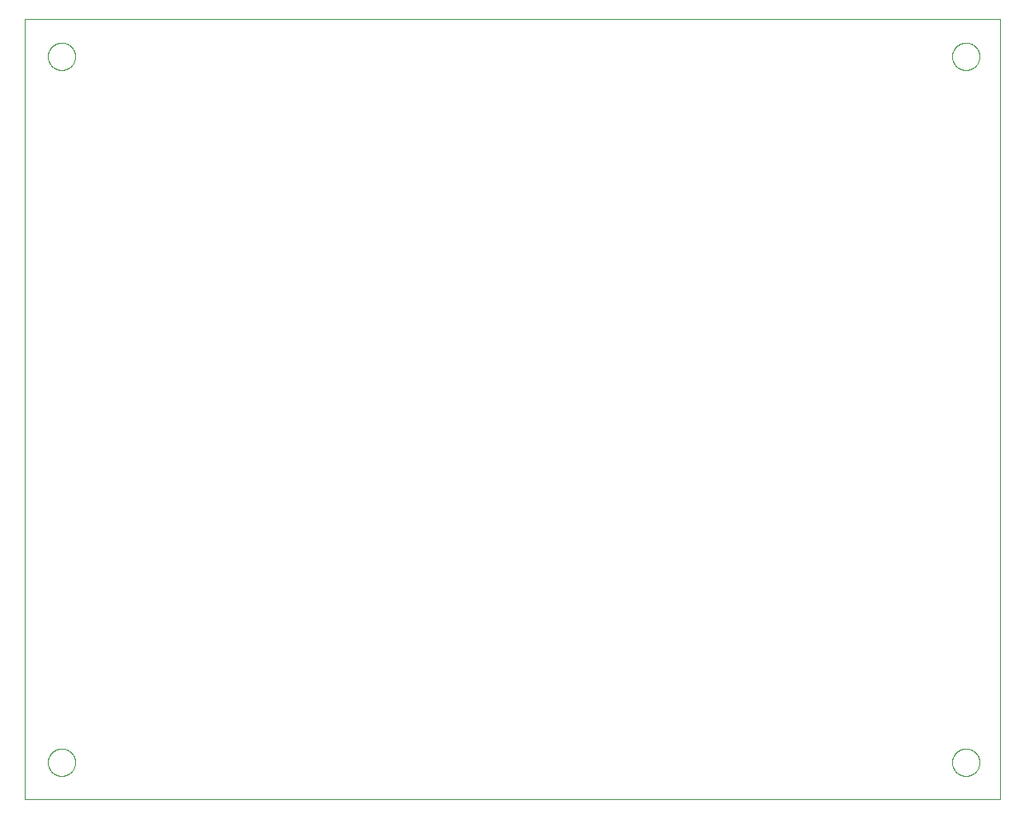
<source format=gbo>
G75*
%MOIN*%
%OFA0B0*%
%FSLAX25Y25*%
%IPPOS*%
%LPD*%
%AMOC8*
5,1,8,0,0,1.08239X$1,22.5*
%
%ADD10C,0.00000*%
D10*
X0008000Y0004500D02*
X0008000Y0319461D01*
X0401701Y0319461D01*
X0401701Y0004500D01*
X0008000Y0004500D01*
X0017488Y0019500D02*
X0017490Y0019648D01*
X0017496Y0019796D01*
X0017506Y0019944D01*
X0017520Y0020091D01*
X0017538Y0020238D01*
X0017559Y0020384D01*
X0017585Y0020530D01*
X0017615Y0020675D01*
X0017648Y0020819D01*
X0017686Y0020962D01*
X0017727Y0021104D01*
X0017772Y0021245D01*
X0017820Y0021385D01*
X0017873Y0021524D01*
X0017929Y0021661D01*
X0017989Y0021796D01*
X0018052Y0021930D01*
X0018119Y0022062D01*
X0018190Y0022192D01*
X0018264Y0022320D01*
X0018341Y0022446D01*
X0018422Y0022570D01*
X0018506Y0022692D01*
X0018593Y0022811D01*
X0018684Y0022928D01*
X0018778Y0023043D01*
X0018874Y0023155D01*
X0018974Y0023265D01*
X0019076Y0023371D01*
X0019182Y0023475D01*
X0019290Y0023576D01*
X0019401Y0023674D01*
X0019514Y0023770D01*
X0019630Y0023862D01*
X0019748Y0023951D01*
X0019869Y0024036D01*
X0019992Y0024119D01*
X0020117Y0024198D01*
X0020244Y0024274D01*
X0020373Y0024346D01*
X0020504Y0024415D01*
X0020637Y0024480D01*
X0020772Y0024541D01*
X0020908Y0024599D01*
X0021045Y0024654D01*
X0021184Y0024704D01*
X0021325Y0024751D01*
X0021466Y0024794D01*
X0021609Y0024834D01*
X0021753Y0024869D01*
X0021897Y0024901D01*
X0022043Y0024928D01*
X0022189Y0024952D01*
X0022336Y0024972D01*
X0022483Y0024988D01*
X0022630Y0025000D01*
X0022778Y0025008D01*
X0022926Y0025012D01*
X0023074Y0025012D01*
X0023222Y0025008D01*
X0023370Y0025000D01*
X0023517Y0024988D01*
X0023664Y0024972D01*
X0023811Y0024952D01*
X0023957Y0024928D01*
X0024103Y0024901D01*
X0024247Y0024869D01*
X0024391Y0024834D01*
X0024534Y0024794D01*
X0024675Y0024751D01*
X0024816Y0024704D01*
X0024955Y0024654D01*
X0025092Y0024599D01*
X0025228Y0024541D01*
X0025363Y0024480D01*
X0025496Y0024415D01*
X0025627Y0024346D01*
X0025756Y0024274D01*
X0025883Y0024198D01*
X0026008Y0024119D01*
X0026131Y0024036D01*
X0026252Y0023951D01*
X0026370Y0023862D01*
X0026486Y0023770D01*
X0026599Y0023674D01*
X0026710Y0023576D01*
X0026818Y0023475D01*
X0026924Y0023371D01*
X0027026Y0023265D01*
X0027126Y0023155D01*
X0027222Y0023043D01*
X0027316Y0022928D01*
X0027407Y0022811D01*
X0027494Y0022692D01*
X0027578Y0022570D01*
X0027659Y0022446D01*
X0027736Y0022320D01*
X0027810Y0022192D01*
X0027881Y0022062D01*
X0027948Y0021930D01*
X0028011Y0021796D01*
X0028071Y0021661D01*
X0028127Y0021524D01*
X0028180Y0021385D01*
X0028228Y0021245D01*
X0028273Y0021104D01*
X0028314Y0020962D01*
X0028352Y0020819D01*
X0028385Y0020675D01*
X0028415Y0020530D01*
X0028441Y0020384D01*
X0028462Y0020238D01*
X0028480Y0020091D01*
X0028494Y0019944D01*
X0028504Y0019796D01*
X0028510Y0019648D01*
X0028512Y0019500D01*
X0028510Y0019352D01*
X0028504Y0019204D01*
X0028494Y0019056D01*
X0028480Y0018909D01*
X0028462Y0018762D01*
X0028441Y0018616D01*
X0028415Y0018470D01*
X0028385Y0018325D01*
X0028352Y0018181D01*
X0028314Y0018038D01*
X0028273Y0017896D01*
X0028228Y0017755D01*
X0028180Y0017615D01*
X0028127Y0017476D01*
X0028071Y0017339D01*
X0028011Y0017204D01*
X0027948Y0017070D01*
X0027881Y0016938D01*
X0027810Y0016808D01*
X0027736Y0016680D01*
X0027659Y0016554D01*
X0027578Y0016430D01*
X0027494Y0016308D01*
X0027407Y0016189D01*
X0027316Y0016072D01*
X0027222Y0015957D01*
X0027126Y0015845D01*
X0027026Y0015735D01*
X0026924Y0015629D01*
X0026818Y0015525D01*
X0026710Y0015424D01*
X0026599Y0015326D01*
X0026486Y0015230D01*
X0026370Y0015138D01*
X0026252Y0015049D01*
X0026131Y0014964D01*
X0026008Y0014881D01*
X0025883Y0014802D01*
X0025756Y0014726D01*
X0025627Y0014654D01*
X0025496Y0014585D01*
X0025363Y0014520D01*
X0025228Y0014459D01*
X0025092Y0014401D01*
X0024955Y0014346D01*
X0024816Y0014296D01*
X0024675Y0014249D01*
X0024534Y0014206D01*
X0024391Y0014166D01*
X0024247Y0014131D01*
X0024103Y0014099D01*
X0023957Y0014072D01*
X0023811Y0014048D01*
X0023664Y0014028D01*
X0023517Y0014012D01*
X0023370Y0014000D01*
X0023222Y0013992D01*
X0023074Y0013988D01*
X0022926Y0013988D01*
X0022778Y0013992D01*
X0022630Y0014000D01*
X0022483Y0014012D01*
X0022336Y0014028D01*
X0022189Y0014048D01*
X0022043Y0014072D01*
X0021897Y0014099D01*
X0021753Y0014131D01*
X0021609Y0014166D01*
X0021466Y0014206D01*
X0021325Y0014249D01*
X0021184Y0014296D01*
X0021045Y0014346D01*
X0020908Y0014401D01*
X0020772Y0014459D01*
X0020637Y0014520D01*
X0020504Y0014585D01*
X0020373Y0014654D01*
X0020244Y0014726D01*
X0020117Y0014802D01*
X0019992Y0014881D01*
X0019869Y0014964D01*
X0019748Y0015049D01*
X0019630Y0015138D01*
X0019514Y0015230D01*
X0019401Y0015326D01*
X0019290Y0015424D01*
X0019182Y0015525D01*
X0019076Y0015629D01*
X0018974Y0015735D01*
X0018874Y0015845D01*
X0018778Y0015957D01*
X0018684Y0016072D01*
X0018593Y0016189D01*
X0018506Y0016308D01*
X0018422Y0016430D01*
X0018341Y0016554D01*
X0018264Y0016680D01*
X0018190Y0016808D01*
X0018119Y0016938D01*
X0018052Y0017070D01*
X0017989Y0017204D01*
X0017929Y0017339D01*
X0017873Y0017476D01*
X0017820Y0017615D01*
X0017772Y0017755D01*
X0017727Y0017896D01*
X0017686Y0018038D01*
X0017648Y0018181D01*
X0017615Y0018325D01*
X0017585Y0018470D01*
X0017559Y0018616D01*
X0017538Y0018762D01*
X0017520Y0018909D01*
X0017506Y0019056D01*
X0017496Y0019204D01*
X0017490Y0019352D01*
X0017488Y0019500D01*
X0017488Y0304500D02*
X0017490Y0304648D01*
X0017496Y0304796D01*
X0017506Y0304944D01*
X0017520Y0305091D01*
X0017538Y0305238D01*
X0017559Y0305384D01*
X0017585Y0305530D01*
X0017615Y0305675D01*
X0017648Y0305819D01*
X0017686Y0305962D01*
X0017727Y0306104D01*
X0017772Y0306245D01*
X0017820Y0306385D01*
X0017873Y0306524D01*
X0017929Y0306661D01*
X0017989Y0306796D01*
X0018052Y0306930D01*
X0018119Y0307062D01*
X0018190Y0307192D01*
X0018264Y0307320D01*
X0018341Y0307446D01*
X0018422Y0307570D01*
X0018506Y0307692D01*
X0018593Y0307811D01*
X0018684Y0307928D01*
X0018778Y0308043D01*
X0018874Y0308155D01*
X0018974Y0308265D01*
X0019076Y0308371D01*
X0019182Y0308475D01*
X0019290Y0308576D01*
X0019401Y0308674D01*
X0019514Y0308770D01*
X0019630Y0308862D01*
X0019748Y0308951D01*
X0019869Y0309036D01*
X0019992Y0309119D01*
X0020117Y0309198D01*
X0020244Y0309274D01*
X0020373Y0309346D01*
X0020504Y0309415D01*
X0020637Y0309480D01*
X0020772Y0309541D01*
X0020908Y0309599D01*
X0021045Y0309654D01*
X0021184Y0309704D01*
X0021325Y0309751D01*
X0021466Y0309794D01*
X0021609Y0309834D01*
X0021753Y0309869D01*
X0021897Y0309901D01*
X0022043Y0309928D01*
X0022189Y0309952D01*
X0022336Y0309972D01*
X0022483Y0309988D01*
X0022630Y0310000D01*
X0022778Y0310008D01*
X0022926Y0310012D01*
X0023074Y0310012D01*
X0023222Y0310008D01*
X0023370Y0310000D01*
X0023517Y0309988D01*
X0023664Y0309972D01*
X0023811Y0309952D01*
X0023957Y0309928D01*
X0024103Y0309901D01*
X0024247Y0309869D01*
X0024391Y0309834D01*
X0024534Y0309794D01*
X0024675Y0309751D01*
X0024816Y0309704D01*
X0024955Y0309654D01*
X0025092Y0309599D01*
X0025228Y0309541D01*
X0025363Y0309480D01*
X0025496Y0309415D01*
X0025627Y0309346D01*
X0025756Y0309274D01*
X0025883Y0309198D01*
X0026008Y0309119D01*
X0026131Y0309036D01*
X0026252Y0308951D01*
X0026370Y0308862D01*
X0026486Y0308770D01*
X0026599Y0308674D01*
X0026710Y0308576D01*
X0026818Y0308475D01*
X0026924Y0308371D01*
X0027026Y0308265D01*
X0027126Y0308155D01*
X0027222Y0308043D01*
X0027316Y0307928D01*
X0027407Y0307811D01*
X0027494Y0307692D01*
X0027578Y0307570D01*
X0027659Y0307446D01*
X0027736Y0307320D01*
X0027810Y0307192D01*
X0027881Y0307062D01*
X0027948Y0306930D01*
X0028011Y0306796D01*
X0028071Y0306661D01*
X0028127Y0306524D01*
X0028180Y0306385D01*
X0028228Y0306245D01*
X0028273Y0306104D01*
X0028314Y0305962D01*
X0028352Y0305819D01*
X0028385Y0305675D01*
X0028415Y0305530D01*
X0028441Y0305384D01*
X0028462Y0305238D01*
X0028480Y0305091D01*
X0028494Y0304944D01*
X0028504Y0304796D01*
X0028510Y0304648D01*
X0028512Y0304500D01*
X0028510Y0304352D01*
X0028504Y0304204D01*
X0028494Y0304056D01*
X0028480Y0303909D01*
X0028462Y0303762D01*
X0028441Y0303616D01*
X0028415Y0303470D01*
X0028385Y0303325D01*
X0028352Y0303181D01*
X0028314Y0303038D01*
X0028273Y0302896D01*
X0028228Y0302755D01*
X0028180Y0302615D01*
X0028127Y0302476D01*
X0028071Y0302339D01*
X0028011Y0302204D01*
X0027948Y0302070D01*
X0027881Y0301938D01*
X0027810Y0301808D01*
X0027736Y0301680D01*
X0027659Y0301554D01*
X0027578Y0301430D01*
X0027494Y0301308D01*
X0027407Y0301189D01*
X0027316Y0301072D01*
X0027222Y0300957D01*
X0027126Y0300845D01*
X0027026Y0300735D01*
X0026924Y0300629D01*
X0026818Y0300525D01*
X0026710Y0300424D01*
X0026599Y0300326D01*
X0026486Y0300230D01*
X0026370Y0300138D01*
X0026252Y0300049D01*
X0026131Y0299964D01*
X0026008Y0299881D01*
X0025883Y0299802D01*
X0025756Y0299726D01*
X0025627Y0299654D01*
X0025496Y0299585D01*
X0025363Y0299520D01*
X0025228Y0299459D01*
X0025092Y0299401D01*
X0024955Y0299346D01*
X0024816Y0299296D01*
X0024675Y0299249D01*
X0024534Y0299206D01*
X0024391Y0299166D01*
X0024247Y0299131D01*
X0024103Y0299099D01*
X0023957Y0299072D01*
X0023811Y0299048D01*
X0023664Y0299028D01*
X0023517Y0299012D01*
X0023370Y0299000D01*
X0023222Y0298992D01*
X0023074Y0298988D01*
X0022926Y0298988D01*
X0022778Y0298992D01*
X0022630Y0299000D01*
X0022483Y0299012D01*
X0022336Y0299028D01*
X0022189Y0299048D01*
X0022043Y0299072D01*
X0021897Y0299099D01*
X0021753Y0299131D01*
X0021609Y0299166D01*
X0021466Y0299206D01*
X0021325Y0299249D01*
X0021184Y0299296D01*
X0021045Y0299346D01*
X0020908Y0299401D01*
X0020772Y0299459D01*
X0020637Y0299520D01*
X0020504Y0299585D01*
X0020373Y0299654D01*
X0020244Y0299726D01*
X0020117Y0299802D01*
X0019992Y0299881D01*
X0019869Y0299964D01*
X0019748Y0300049D01*
X0019630Y0300138D01*
X0019514Y0300230D01*
X0019401Y0300326D01*
X0019290Y0300424D01*
X0019182Y0300525D01*
X0019076Y0300629D01*
X0018974Y0300735D01*
X0018874Y0300845D01*
X0018778Y0300957D01*
X0018684Y0301072D01*
X0018593Y0301189D01*
X0018506Y0301308D01*
X0018422Y0301430D01*
X0018341Y0301554D01*
X0018264Y0301680D01*
X0018190Y0301808D01*
X0018119Y0301938D01*
X0018052Y0302070D01*
X0017989Y0302204D01*
X0017929Y0302339D01*
X0017873Y0302476D01*
X0017820Y0302615D01*
X0017772Y0302755D01*
X0017727Y0302896D01*
X0017686Y0303038D01*
X0017648Y0303181D01*
X0017615Y0303325D01*
X0017585Y0303470D01*
X0017559Y0303616D01*
X0017538Y0303762D01*
X0017520Y0303909D01*
X0017506Y0304056D01*
X0017496Y0304204D01*
X0017490Y0304352D01*
X0017488Y0304500D01*
X0382488Y0304500D02*
X0382490Y0304648D01*
X0382496Y0304796D01*
X0382506Y0304944D01*
X0382520Y0305091D01*
X0382538Y0305238D01*
X0382559Y0305384D01*
X0382585Y0305530D01*
X0382615Y0305675D01*
X0382648Y0305819D01*
X0382686Y0305962D01*
X0382727Y0306104D01*
X0382772Y0306245D01*
X0382820Y0306385D01*
X0382873Y0306524D01*
X0382929Y0306661D01*
X0382989Y0306796D01*
X0383052Y0306930D01*
X0383119Y0307062D01*
X0383190Y0307192D01*
X0383264Y0307320D01*
X0383341Y0307446D01*
X0383422Y0307570D01*
X0383506Y0307692D01*
X0383593Y0307811D01*
X0383684Y0307928D01*
X0383778Y0308043D01*
X0383874Y0308155D01*
X0383974Y0308265D01*
X0384076Y0308371D01*
X0384182Y0308475D01*
X0384290Y0308576D01*
X0384401Y0308674D01*
X0384514Y0308770D01*
X0384630Y0308862D01*
X0384748Y0308951D01*
X0384869Y0309036D01*
X0384992Y0309119D01*
X0385117Y0309198D01*
X0385244Y0309274D01*
X0385373Y0309346D01*
X0385504Y0309415D01*
X0385637Y0309480D01*
X0385772Y0309541D01*
X0385908Y0309599D01*
X0386045Y0309654D01*
X0386184Y0309704D01*
X0386325Y0309751D01*
X0386466Y0309794D01*
X0386609Y0309834D01*
X0386753Y0309869D01*
X0386897Y0309901D01*
X0387043Y0309928D01*
X0387189Y0309952D01*
X0387336Y0309972D01*
X0387483Y0309988D01*
X0387630Y0310000D01*
X0387778Y0310008D01*
X0387926Y0310012D01*
X0388074Y0310012D01*
X0388222Y0310008D01*
X0388370Y0310000D01*
X0388517Y0309988D01*
X0388664Y0309972D01*
X0388811Y0309952D01*
X0388957Y0309928D01*
X0389103Y0309901D01*
X0389247Y0309869D01*
X0389391Y0309834D01*
X0389534Y0309794D01*
X0389675Y0309751D01*
X0389816Y0309704D01*
X0389955Y0309654D01*
X0390092Y0309599D01*
X0390228Y0309541D01*
X0390363Y0309480D01*
X0390496Y0309415D01*
X0390627Y0309346D01*
X0390756Y0309274D01*
X0390883Y0309198D01*
X0391008Y0309119D01*
X0391131Y0309036D01*
X0391252Y0308951D01*
X0391370Y0308862D01*
X0391486Y0308770D01*
X0391599Y0308674D01*
X0391710Y0308576D01*
X0391818Y0308475D01*
X0391924Y0308371D01*
X0392026Y0308265D01*
X0392126Y0308155D01*
X0392222Y0308043D01*
X0392316Y0307928D01*
X0392407Y0307811D01*
X0392494Y0307692D01*
X0392578Y0307570D01*
X0392659Y0307446D01*
X0392736Y0307320D01*
X0392810Y0307192D01*
X0392881Y0307062D01*
X0392948Y0306930D01*
X0393011Y0306796D01*
X0393071Y0306661D01*
X0393127Y0306524D01*
X0393180Y0306385D01*
X0393228Y0306245D01*
X0393273Y0306104D01*
X0393314Y0305962D01*
X0393352Y0305819D01*
X0393385Y0305675D01*
X0393415Y0305530D01*
X0393441Y0305384D01*
X0393462Y0305238D01*
X0393480Y0305091D01*
X0393494Y0304944D01*
X0393504Y0304796D01*
X0393510Y0304648D01*
X0393512Y0304500D01*
X0393510Y0304352D01*
X0393504Y0304204D01*
X0393494Y0304056D01*
X0393480Y0303909D01*
X0393462Y0303762D01*
X0393441Y0303616D01*
X0393415Y0303470D01*
X0393385Y0303325D01*
X0393352Y0303181D01*
X0393314Y0303038D01*
X0393273Y0302896D01*
X0393228Y0302755D01*
X0393180Y0302615D01*
X0393127Y0302476D01*
X0393071Y0302339D01*
X0393011Y0302204D01*
X0392948Y0302070D01*
X0392881Y0301938D01*
X0392810Y0301808D01*
X0392736Y0301680D01*
X0392659Y0301554D01*
X0392578Y0301430D01*
X0392494Y0301308D01*
X0392407Y0301189D01*
X0392316Y0301072D01*
X0392222Y0300957D01*
X0392126Y0300845D01*
X0392026Y0300735D01*
X0391924Y0300629D01*
X0391818Y0300525D01*
X0391710Y0300424D01*
X0391599Y0300326D01*
X0391486Y0300230D01*
X0391370Y0300138D01*
X0391252Y0300049D01*
X0391131Y0299964D01*
X0391008Y0299881D01*
X0390883Y0299802D01*
X0390756Y0299726D01*
X0390627Y0299654D01*
X0390496Y0299585D01*
X0390363Y0299520D01*
X0390228Y0299459D01*
X0390092Y0299401D01*
X0389955Y0299346D01*
X0389816Y0299296D01*
X0389675Y0299249D01*
X0389534Y0299206D01*
X0389391Y0299166D01*
X0389247Y0299131D01*
X0389103Y0299099D01*
X0388957Y0299072D01*
X0388811Y0299048D01*
X0388664Y0299028D01*
X0388517Y0299012D01*
X0388370Y0299000D01*
X0388222Y0298992D01*
X0388074Y0298988D01*
X0387926Y0298988D01*
X0387778Y0298992D01*
X0387630Y0299000D01*
X0387483Y0299012D01*
X0387336Y0299028D01*
X0387189Y0299048D01*
X0387043Y0299072D01*
X0386897Y0299099D01*
X0386753Y0299131D01*
X0386609Y0299166D01*
X0386466Y0299206D01*
X0386325Y0299249D01*
X0386184Y0299296D01*
X0386045Y0299346D01*
X0385908Y0299401D01*
X0385772Y0299459D01*
X0385637Y0299520D01*
X0385504Y0299585D01*
X0385373Y0299654D01*
X0385244Y0299726D01*
X0385117Y0299802D01*
X0384992Y0299881D01*
X0384869Y0299964D01*
X0384748Y0300049D01*
X0384630Y0300138D01*
X0384514Y0300230D01*
X0384401Y0300326D01*
X0384290Y0300424D01*
X0384182Y0300525D01*
X0384076Y0300629D01*
X0383974Y0300735D01*
X0383874Y0300845D01*
X0383778Y0300957D01*
X0383684Y0301072D01*
X0383593Y0301189D01*
X0383506Y0301308D01*
X0383422Y0301430D01*
X0383341Y0301554D01*
X0383264Y0301680D01*
X0383190Y0301808D01*
X0383119Y0301938D01*
X0383052Y0302070D01*
X0382989Y0302204D01*
X0382929Y0302339D01*
X0382873Y0302476D01*
X0382820Y0302615D01*
X0382772Y0302755D01*
X0382727Y0302896D01*
X0382686Y0303038D01*
X0382648Y0303181D01*
X0382615Y0303325D01*
X0382585Y0303470D01*
X0382559Y0303616D01*
X0382538Y0303762D01*
X0382520Y0303909D01*
X0382506Y0304056D01*
X0382496Y0304204D01*
X0382490Y0304352D01*
X0382488Y0304500D01*
X0382488Y0019500D02*
X0382490Y0019648D01*
X0382496Y0019796D01*
X0382506Y0019944D01*
X0382520Y0020091D01*
X0382538Y0020238D01*
X0382559Y0020384D01*
X0382585Y0020530D01*
X0382615Y0020675D01*
X0382648Y0020819D01*
X0382686Y0020962D01*
X0382727Y0021104D01*
X0382772Y0021245D01*
X0382820Y0021385D01*
X0382873Y0021524D01*
X0382929Y0021661D01*
X0382989Y0021796D01*
X0383052Y0021930D01*
X0383119Y0022062D01*
X0383190Y0022192D01*
X0383264Y0022320D01*
X0383341Y0022446D01*
X0383422Y0022570D01*
X0383506Y0022692D01*
X0383593Y0022811D01*
X0383684Y0022928D01*
X0383778Y0023043D01*
X0383874Y0023155D01*
X0383974Y0023265D01*
X0384076Y0023371D01*
X0384182Y0023475D01*
X0384290Y0023576D01*
X0384401Y0023674D01*
X0384514Y0023770D01*
X0384630Y0023862D01*
X0384748Y0023951D01*
X0384869Y0024036D01*
X0384992Y0024119D01*
X0385117Y0024198D01*
X0385244Y0024274D01*
X0385373Y0024346D01*
X0385504Y0024415D01*
X0385637Y0024480D01*
X0385772Y0024541D01*
X0385908Y0024599D01*
X0386045Y0024654D01*
X0386184Y0024704D01*
X0386325Y0024751D01*
X0386466Y0024794D01*
X0386609Y0024834D01*
X0386753Y0024869D01*
X0386897Y0024901D01*
X0387043Y0024928D01*
X0387189Y0024952D01*
X0387336Y0024972D01*
X0387483Y0024988D01*
X0387630Y0025000D01*
X0387778Y0025008D01*
X0387926Y0025012D01*
X0388074Y0025012D01*
X0388222Y0025008D01*
X0388370Y0025000D01*
X0388517Y0024988D01*
X0388664Y0024972D01*
X0388811Y0024952D01*
X0388957Y0024928D01*
X0389103Y0024901D01*
X0389247Y0024869D01*
X0389391Y0024834D01*
X0389534Y0024794D01*
X0389675Y0024751D01*
X0389816Y0024704D01*
X0389955Y0024654D01*
X0390092Y0024599D01*
X0390228Y0024541D01*
X0390363Y0024480D01*
X0390496Y0024415D01*
X0390627Y0024346D01*
X0390756Y0024274D01*
X0390883Y0024198D01*
X0391008Y0024119D01*
X0391131Y0024036D01*
X0391252Y0023951D01*
X0391370Y0023862D01*
X0391486Y0023770D01*
X0391599Y0023674D01*
X0391710Y0023576D01*
X0391818Y0023475D01*
X0391924Y0023371D01*
X0392026Y0023265D01*
X0392126Y0023155D01*
X0392222Y0023043D01*
X0392316Y0022928D01*
X0392407Y0022811D01*
X0392494Y0022692D01*
X0392578Y0022570D01*
X0392659Y0022446D01*
X0392736Y0022320D01*
X0392810Y0022192D01*
X0392881Y0022062D01*
X0392948Y0021930D01*
X0393011Y0021796D01*
X0393071Y0021661D01*
X0393127Y0021524D01*
X0393180Y0021385D01*
X0393228Y0021245D01*
X0393273Y0021104D01*
X0393314Y0020962D01*
X0393352Y0020819D01*
X0393385Y0020675D01*
X0393415Y0020530D01*
X0393441Y0020384D01*
X0393462Y0020238D01*
X0393480Y0020091D01*
X0393494Y0019944D01*
X0393504Y0019796D01*
X0393510Y0019648D01*
X0393512Y0019500D01*
X0393510Y0019352D01*
X0393504Y0019204D01*
X0393494Y0019056D01*
X0393480Y0018909D01*
X0393462Y0018762D01*
X0393441Y0018616D01*
X0393415Y0018470D01*
X0393385Y0018325D01*
X0393352Y0018181D01*
X0393314Y0018038D01*
X0393273Y0017896D01*
X0393228Y0017755D01*
X0393180Y0017615D01*
X0393127Y0017476D01*
X0393071Y0017339D01*
X0393011Y0017204D01*
X0392948Y0017070D01*
X0392881Y0016938D01*
X0392810Y0016808D01*
X0392736Y0016680D01*
X0392659Y0016554D01*
X0392578Y0016430D01*
X0392494Y0016308D01*
X0392407Y0016189D01*
X0392316Y0016072D01*
X0392222Y0015957D01*
X0392126Y0015845D01*
X0392026Y0015735D01*
X0391924Y0015629D01*
X0391818Y0015525D01*
X0391710Y0015424D01*
X0391599Y0015326D01*
X0391486Y0015230D01*
X0391370Y0015138D01*
X0391252Y0015049D01*
X0391131Y0014964D01*
X0391008Y0014881D01*
X0390883Y0014802D01*
X0390756Y0014726D01*
X0390627Y0014654D01*
X0390496Y0014585D01*
X0390363Y0014520D01*
X0390228Y0014459D01*
X0390092Y0014401D01*
X0389955Y0014346D01*
X0389816Y0014296D01*
X0389675Y0014249D01*
X0389534Y0014206D01*
X0389391Y0014166D01*
X0389247Y0014131D01*
X0389103Y0014099D01*
X0388957Y0014072D01*
X0388811Y0014048D01*
X0388664Y0014028D01*
X0388517Y0014012D01*
X0388370Y0014000D01*
X0388222Y0013992D01*
X0388074Y0013988D01*
X0387926Y0013988D01*
X0387778Y0013992D01*
X0387630Y0014000D01*
X0387483Y0014012D01*
X0387336Y0014028D01*
X0387189Y0014048D01*
X0387043Y0014072D01*
X0386897Y0014099D01*
X0386753Y0014131D01*
X0386609Y0014166D01*
X0386466Y0014206D01*
X0386325Y0014249D01*
X0386184Y0014296D01*
X0386045Y0014346D01*
X0385908Y0014401D01*
X0385772Y0014459D01*
X0385637Y0014520D01*
X0385504Y0014585D01*
X0385373Y0014654D01*
X0385244Y0014726D01*
X0385117Y0014802D01*
X0384992Y0014881D01*
X0384869Y0014964D01*
X0384748Y0015049D01*
X0384630Y0015138D01*
X0384514Y0015230D01*
X0384401Y0015326D01*
X0384290Y0015424D01*
X0384182Y0015525D01*
X0384076Y0015629D01*
X0383974Y0015735D01*
X0383874Y0015845D01*
X0383778Y0015957D01*
X0383684Y0016072D01*
X0383593Y0016189D01*
X0383506Y0016308D01*
X0383422Y0016430D01*
X0383341Y0016554D01*
X0383264Y0016680D01*
X0383190Y0016808D01*
X0383119Y0016938D01*
X0383052Y0017070D01*
X0382989Y0017204D01*
X0382929Y0017339D01*
X0382873Y0017476D01*
X0382820Y0017615D01*
X0382772Y0017755D01*
X0382727Y0017896D01*
X0382686Y0018038D01*
X0382648Y0018181D01*
X0382615Y0018325D01*
X0382585Y0018470D01*
X0382559Y0018616D01*
X0382538Y0018762D01*
X0382520Y0018909D01*
X0382506Y0019056D01*
X0382496Y0019204D01*
X0382490Y0019352D01*
X0382488Y0019500D01*
M02*

</source>
